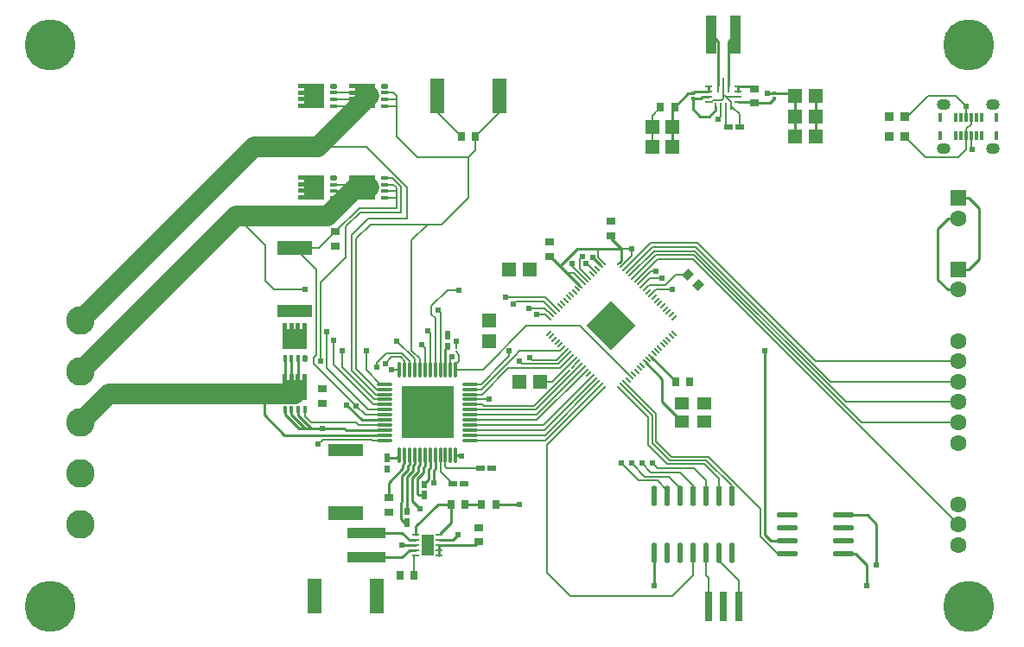
<source format=gtl>
G04 Layer: TopLayer*
G04 EasyEDA v6.5.51, 2025-11-04 20:26:23*
G04 623bb76df6fb496f828c8c95ac90ab9a,07aaf3ec58ed4e568cacc845e37e2e79,10*
G04 Gerber Generator version 0.2*
G04 Scale: 100 percent, Rotated: No, Reflected: No *
G04 Dimensions in millimeters *
G04 leading zeros omitted , absolute positions ,4 integer and 5 decimal *
%FSLAX45Y45*%
%MOMM*%

%AMMACRO1*21,1,$1,$2,0,0,$3*%
%AMMACRO2*4,1,22,-1.176,-1.2491,-1.176,0.6788,-1.176,0.6788,-1.176,1.2491,-0.7752,1.2491,-0.7752,0.6788,-0.5263,0.6788,-0.5263,1.2491,-0.125,1.2491,-0.125,0.6788,0.1251,0.6788,0.1251,1.2491,0.5253,1.2491,0.5253,0.6788,0.7742,0.6788,0.7742,1.2491,0.7742,0.6788,0.7742,1.2491,1.176,1.2491,1.176,0.6788,1.176,0.6788,1.176,-1.2491,-1.176,-1.2491,0*%
%AMMACRO3*4,1,22,1.2491,-1.176,-0.6788,-1.176,-0.6788,-1.176,-1.2491,-1.176,-1.2491,-0.7752,-0.6788,-0.7752,-0.6788,-0.5263,-1.2491,-0.5263,-1.2491,-0.125,-0.6788,-0.125,-0.6788,0.1251,-1.2491,0.1251,-1.2491,0.5253,-0.6788,0.5253,-0.6788,0.7742,-1.2491,0.7742,-0.6788,0.7742,-1.2491,0.7742,-1.2491,1.176,-0.6788,1.176,-0.6788,1.176,1.2491,1.176,1.2491,-1.176,0*%
%ADD10C,2.0000*%
%ADD11C,0.2000*%
%ADD12C,0.2540*%
%ADD13C,0.1800*%
%ADD14MACRO1,0.54X0.7901X90.0000*%
%ADD15MACRO1,0.54X0.7901X0.0000*%
%ADD16R,0.5400X0.7901*%
%ADD17R,0.0166X0.7901*%
%ADD18R,0.9000X0.8000*%
%ADD19R,0.8000X0.9000*%
%ADD20MACRO1,1.35X1.41X0.0000*%
%ADD21R,1.3500X1.4100*%
%ADD22MACRO1,1.35X1.41X90.0000*%
%ADD23MACRO1,0.8X0.9X135.0000*%
%ADD24MACRO1,0.54X0.7901X-90.0000*%
%ADD25R,1.0000X3.8000*%
%ADD26R,3.8000X1.0000*%
%ADD27MACRO2*%
%ADD28R,0.3500X0.7000*%
%ADD29MACRO3*%
%ADD30R,0.7000X0.3500*%
%ADD31MACRO1,3.456X1.2825X0.0000*%
%ADD32R,3.4560X1.2825*%
%ADD33MACRO1,3.456X1.2825X90.0000*%
%ADD34MACRO1,3.456X1.2825X-90.0000*%
%ADD35MACRO1,0.18X0.216X-134.9943*%
%ADD36MACRO1,0.18X0.216X-135.0057*%
%ADD37R,0.2160X0.1800*%
%ADD38MACRO1,0.324X0.3031X0.0000*%
%ADD39R,0.3240X0.3031*%
%ADD40MACRO1,0.665X0.2X45.0000*%
%ADD41MACRO1,0.665X0.2X45.0015*%
%ADD42MACRO1,0.665X0.2X44.9985*%
%ADD43MACRO1,0.2X0.665X45.0000*%
%ADD44MACRO1,0.2X0.665X44.9949*%
%ADD45MACRO1,0.2X0.665X45.0051*%
%ADD46MACRO1,3.4X3.4X45.0000*%
%ADD47R,0.6650X0.2800*%
%ADD48R,1.2000X2.0000*%
%ADD49R,0.3000X0.8700*%
%ADD50O,2.045005X0.58801*%
%ADD51O,0.573989X2.037994*%
%ADD52R,5.1000X5.1000*%
%ADD53O,0.28001X1.599997*%
%ADD54O,1.599997X0.28001*%
%ADD55R,0.7000X0.2500*%
%ADD56R,0.2500X1.4500*%
%ADD57R,0.2500X1.8500*%
%ADD58R,0.2500X0.7000*%
%ADD59R,0.8001X2.9997*%
%ADD60MACRO1,0.864X0.8065X90.0000*%
%ADD61R,1.4000X1.2000*%
%ADD62C,2.8000*%
%ADD63C,1.6000*%
%ADD64O,1.35001X1.099998*%
%ADD65R,1.6000X1.6000*%
%ADD66C,5.0000*%
%ADD67C,0.6200*%

%LPD*%
D10*
X2899994Y2576474D02*
G01*
X1074978Y2576474D01*
X798499Y2299995D01*
D11*
X3776472Y4632502D02*
G01*
X3867480Y4632502D01*
X3899992Y4599990D01*
X3899992Y4399991D01*
X3529982Y4399991D01*
X3299993Y4170001D01*
D12*
X3780002Y2175002D02*
G01*
X2799994Y2175002D01*
X2601132Y2373863D01*
X2601132Y2576474D01*
D11*
X2999993Y3599992D02*
G01*
X2698244Y3599992D01*
X2606662Y3691575D01*
X2606662Y4034447D01*
X2321306Y4319803D01*
D10*
X3219805Y4319803D02*
G01*
X2321306Y4319803D01*
X801496Y2799994D01*
X3623513Y4599990D02*
G01*
X3499993Y4599990D01*
X3219805Y4319803D01*
X2699994Y4999989D02*
G01*
X2498496Y4999989D01*
X798499Y3299993D01*
X3623513Y5499988D02*
G01*
X3123514Y4999989D01*
X2699994Y4999989D01*
D11*
X3099993Y4999989D02*
G01*
X3599992Y4999989D01*
X3999991Y4599990D01*
X3999991Y4299991D01*
X3619995Y4299991D01*
X3454994Y4134990D01*
X3454994Y2809994D01*
X3689987Y2575001D01*
X3780002Y2575001D01*
X4074998Y2819984D02*
G01*
X4074998Y2924987D01*
X3899992Y3099993D01*
X4024983Y2819981D02*
G01*
X4024983Y2905000D01*
X3949997Y2979991D01*
X3794993Y2979991D01*
X3699992Y2884990D01*
X3699992Y2839999D01*
X3776472Y5402579D02*
G01*
X3899915Y5400039D01*
X3776472Y5467350D02*
G01*
X3899915Y5466842D01*
X3776472Y5532501D02*
G01*
X3867480Y5532501D01*
X3899992Y5499988D01*
X3899992Y5099989D01*
X4099991Y4899990D01*
X4599990Y4899990D01*
X4669993Y4969992D01*
X4669993Y5099989D01*
X4669993Y5099989D02*
G01*
X4906619Y5336616D01*
X4906619Y5499988D01*
X4529988Y5099989D02*
G01*
X4293361Y5336616D01*
X4293361Y5499988D01*
X3276472Y5402503D02*
G01*
X3526027Y5402503D01*
X3623513Y5499988D01*
X3276472Y5467502D02*
G01*
X3591026Y5467502D01*
X3623513Y5499988D01*
X3276472Y5532501D02*
G01*
X3591001Y5532501D01*
X3623513Y5499988D01*
X3975000Y2819981D02*
G01*
X3975000Y2904987D01*
X3939989Y2939994D01*
X3849999Y2939994D01*
X3785006Y2875000D01*
X3776472Y4697476D02*
G01*
X3852418Y4697476D01*
X3940047Y4610100D01*
X3940047Y4359910D01*
X3539997Y4359910D01*
X3400043Y4219955D01*
X3400043Y3919981D01*
X3150108Y3670045D01*
X3150108Y2899918D01*
X3276472Y4502505D02*
G01*
X3526027Y4502505D01*
X3623513Y4599990D01*
X3276472Y4567478D02*
G01*
X3591001Y4567478D01*
X3623513Y4599990D01*
X3276472Y4632502D02*
G01*
X3591001Y4632502D01*
X3623513Y4599990D01*
X3776472Y4502505D02*
G01*
X3899992Y4502505D01*
X3776472Y4567504D02*
G01*
X3899992Y4567504D01*
D13*
X5587969Y2807975D02*
G01*
X5239989Y2459995D01*
X4749990Y2459995D01*
X4734984Y2475001D01*
X4619980Y2475001D01*
D11*
X2899991Y4006621D02*
G01*
X3136620Y4006621D01*
X3299993Y4169994D01*
X3129991Y2089988D02*
G01*
X3174997Y2134994D01*
X3649997Y2134994D01*
X3659992Y2124986D01*
X3779997Y2124986D01*
X4375000Y1980003D02*
G01*
X4375000Y1864989D01*
X4390006Y1849983D01*
X4715484Y1849983D01*
X6389415Y3554580D02*
G01*
X6434828Y3599992D01*
X6599986Y3599992D01*
X4224985Y2819984D02*
G01*
X4224985Y3175000D01*
X4199991Y3199993D01*
X4275076Y2819907D02*
G01*
X4275076Y3325111D01*
X4240027Y3359912D01*
X4240027Y3439919D01*
X4395094Y3594988D01*
X4509998Y3594988D01*
X4324982Y2819981D02*
G01*
X4324982Y3375002D01*
X4299991Y3399993D01*
X5469122Y3413175D02*
G01*
X5357312Y3524986D01*
X4959984Y3524986D01*
D13*
X6276342Y3667757D02*
G01*
X6388587Y3780002D01*
X6439992Y3780002D01*
X6099987Y1899996D02*
G01*
X6269987Y1729996D01*
X6449987Y1729996D01*
X6545986Y1633997D01*
X6545986Y1576908D01*
X6199886Y1899920D02*
G01*
X6329809Y1769996D01*
X6559986Y1769996D01*
X6672986Y1656996D01*
X6672986Y1576908D01*
X6299961Y1899920D02*
G01*
X6389877Y1810004D01*
X6670040Y1810004D01*
X6800088Y1679955D01*
X6800088Y1576831D01*
X6400038Y1899920D02*
G01*
X6450075Y1849881D01*
X6809993Y1849881D01*
X6927088Y1733042D01*
X6927088Y1576831D01*
D11*
X7054088Y1576831D02*
G01*
X7054088Y1745995D01*
X6910070Y1890013D01*
X6549897Y1890013D01*
X6359906Y2080005D01*
X6359906Y2352547D01*
X6078220Y2634234D01*
X5384266Y3328286D02*
G01*
X5357568Y3354984D01*
X5269991Y3354984D01*
X5412557Y3356582D02*
G01*
X5349156Y3419982D01*
X5189981Y3419982D01*
D13*
X5666993Y2888742D02*
G01*
X5611875Y2832100D01*
D12*
X4399991Y3045485D02*
G01*
X4369991Y3015485D01*
X4369991Y2899994D01*
X4374997Y2894987D01*
X4374997Y2819984D01*
D13*
X4479991Y3026981D02*
G01*
X4479991Y3099993D01*
D12*
X6799986Y5524144D02*
G01*
X6754144Y5524144D01*
X6619989Y5389989D01*
X6599986Y4999989D02*
G01*
X6599986Y5199989D01*
X6619989Y5389989D02*
G01*
X6599986Y5369986D01*
X6599986Y5199989D01*
X7599984Y5524144D02*
G01*
X7529984Y5524144D01*
X6799986Y5524144D02*
G01*
X6819214Y5543372D01*
X6954977Y5543372D01*
X6954977Y5543372D02*
G01*
X6954977Y5593384D01*
X3924985Y1980006D02*
G01*
X3899484Y1954504D01*
X3799992Y1954504D01*
X3974998Y1980006D02*
G01*
X3974998Y1905000D01*
X3957320Y1887321D01*
X3957320Y1847324D01*
X3819992Y1709996D01*
X3819992Y1559999D01*
X4020058Y1887728D02*
G01*
X4009999Y1877669D01*
X4009999Y1832965D01*
X3949992Y1772958D01*
X3949992Y1519996D01*
X3939992Y1509996D01*
X3939992Y1349997D01*
X3974500Y1315488D01*
X3999991Y1315488D01*
X4024884Y1979929D02*
G01*
X4020058Y1975104D01*
X4020058Y1887728D01*
X4074922Y1979929D02*
G01*
X4074922Y1895094D01*
X4059936Y1880107D01*
X4059936Y1825244D01*
X3999991Y1765300D01*
X3999991Y1424431D01*
X4124957Y1979929D02*
G01*
X4124957Y1884934D01*
X4109976Y1869950D01*
X4109976Y1817626D01*
X4050035Y1757679D01*
X4050035Y1529938D01*
X4129989Y1449984D01*
X4225036Y1979929D02*
G01*
X4225036Y1854962D01*
X4210050Y1839976D01*
X4210050Y1741423D01*
X4169918Y1701292D01*
X4169918Y1694434D01*
X4174997Y1979929D02*
G01*
X4174997Y1875028D01*
X4160011Y1860042D01*
X4160011Y1810004D01*
X4100068Y1750060D01*
X4100068Y1599945D01*
X4114545Y1585468D01*
X4169918Y1585468D01*
X4275000Y1980003D02*
G01*
X4279986Y1975010D01*
X4279986Y1849996D01*
X4259994Y1829996D01*
X4259994Y1779996D01*
X4259986Y1779988D01*
X4259986Y1710004D01*
X2802509Y2923514D02*
G01*
X2802509Y2673957D01*
X2899991Y2576474D01*
X2867482Y2923514D02*
G01*
X2867482Y2608983D01*
X2899991Y2576474D01*
X2932506Y2923514D02*
G01*
X2932506Y2608991D01*
X2899991Y2576474D01*
D11*
X5921756Y2634234D02*
G01*
X5921756Y2631694D01*
X5370068Y2080005D01*
X5370068Y830071D01*
X5599938Y599947D01*
X6599936Y599947D01*
X6800088Y800100D01*
X6800088Y1023112D01*
D12*
X4869992Y1499996D02*
G01*
X5099989Y1499996D01*
X7999984Y5499988D02*
G01*
X7999978Y5099989D01*
X7799984Y5499988D02*
G01*
X7799979Y5099989D01*
X7599984Y5524144D02*
G01*
X7775829Y5524144D01*
X7799984Y5499988D01*
X7399985Y5429984D02*
G01*
X7554135Y5429984D01*
X7599984Y5475833D01*
X4315729Y999997D02*
G01*
X4315729Y1099997D01*
X4315729Y1099997D02*
G01*
X4669993Y1099997D01*
X4699990Y1129995D01*
X4429988Y1499996D02*
G01*
X4429988Y1314246D01*
X4324197Y1208481D01*
X4569985Y1499996D02*
G01*
X4729980Y1499996D01*
X6979996Y6099987D02*
G01*
X7049973Y6030010D01*
X7049973Y5601614D01*
X7149972Y5601614D02*
G01*
X7149972Y6029985D01*
X7219975Y6099987D01*
X7399985Y5429986D02*
G01*
X7386601Y5443369D01*
X7244989Y5443369D01*
X7244989Y5593382D02*
G01*
X7376594Y5593382D01*
X7399985Y5569991D01*
X7244994Y5593384D02*
G01*
X7244994Y5543372D01*
X6689979Y2312492D02*
G01*
X6499986Y2502484D01*
X6499986Y2721724D01*
X6332867Y2888843D01*
X9399981Y4299991D02*
G01*
X9299981Y4299991D01*
X9199981Y4199991D01*
X9199981Y3699992D01*
X9299981Y3599992D01*
X9399981Y3599992D01*
X9399981Y4499990D02*
G01*
X9499981Y4499990D01*
X9599980Y4399991D01*
X9599980Y3899992D01*
X9499981Y3799992D01*
X9399981Y3799992D01*
X5999988Y4129986D02*
G01*
X5999988Y4099991D01*
X6099987Y3999992D01*
X6099987Y3887406D01*
X6078296Y3865714D01*
X6629984Y2699994D02*
G01*
X6629984Y2704843D01*
X6389425Y2945401D01*
D11*
X5893384Y2662554D02*
G01*
X5355818Y2124989D01*
X4619980Y2124989D01*
X5865113Y2690850D02*
G01*
X5349265Y2175002D01*
X4619980Y2175002D01*
X5808522Y2747416D02*
G01*
X5336108Y2275001D01*
X4619980Y2275001D01*
X5751982Y2803982D02*
G01*
X5272989Y2324988D01*
X4619980Y2324988D01*
X5723686Y2832277D02*
G01*
X5266410Y2375001D01*
X4619980Y2375001D01*
X5695391Y2860547D02*
G01*
X5259831Y2424988D01*
X4619980Y2424988D01*
X5638850Y2917113D02*
G01*
X5421731Y2699994D01*
X5299989Y2699994D01*
X5610555Y2945409D02*
G01*
X5497240Y2832094D01*
X4991089Y2832094D01*
X4734001Y2575001D01*
X4645913Y2575001D01*
X4619980Y2524988D02*
G01*
X4799990Y2524988D01*
X6191453Y3752570D02*
G01*
X6418874Y3979992D01*
X6819986Y3979992D01*
X8299983Y2499995D01*
X9399981Y2499995D01*
X6163157Y3780840D02*
G01*
X6402308Y4019991D01*
X6829986Y4019991D01*
X8149983Y2699994D01*
X9399981Y2699994D01*
X6134861Y3809136D02*
G01*
X6385717Y4059991D01*
X6839986Y4059991D01*
X7999984Y2899994D01*
X9399981Y2899994D01*
X6106591Y3837431D02*
G01*
X6199987Y3930827D01*
X6199987Y3999992D01*
X6219723Y3724300D02*
G01*
X6435415Y3939992D01*
X6809986Y3939992D01*
X8449983Y2299995D01*
X9399981Y2299995D01*
X7053986Y1023086D02*
G01*
X7053986Y945997D01*
X7249998Y749985D01*
X7249998Y499998D01*
X6926986Y1023086D02*
G01*
X6926986Y799998D01*
X6949998Y776986D01*
X6949998Y499998D01*
X5836818Y2719146D02*
G01*
X5342661Y2224989D01*
X4619980Y2224989D01*
D12*
X6418986Y1023086D02*
G01*
X6418986Y699998D01*
X8277225Y1009495D02*
G01*
X8390483Y1009495D01*
X8499983Y899995D01*
X8499983Y699998D01*
X8277225Y1390495D02*
G01*
X8509482Y1390495D01*
X8599982Y1299994D01*
X8599982Y899998D01*
X7722743Y1136497D02*
G01*
X7563484Y1136497D01*
X7499984Y1199997D01*
X7499984Y2999994D01*
X6800088Y5475731D02*
G01*
X6875779Y5475731D01*
X6893306Y5493512D01*
X6955027Y5493512D01*
D11*
X9474987Y5286476D02*
G01*
X9474987Y5374995D01*
X9474982Y5399989D01*
X8875318Y5299989D02*
G01*
X8899982Y5299989D01*
X9099981Y5499988D01*
X9374982Y5499988D01*
X9474982Y5399989D01*
X9524974Y5113502D02*
G01*
X9524974Y4989995D01*
X9539980Y4974988D01*
X9474987Y5113502D02*
G01*
X9474987Y4974996D01*
X9399981Y4899990D01*
X9075318Y4899990D01*
X8875318Y5099989D01*
X9524974Y5286476D02*
G01*
X9524974Y5224983D01*
X9474987Y5174995D01*
X9474987Y5113502D01*
X4084243Y999997D02*
G01*
X4069994Y985748D01*
X4069994Y799998D01*
X5553963Y3002026D02*
G01*
X5553963Y2998978D01*
X5465063Y2910078D01*
X5225034Y2910078D01*
X5199888Y2934970D01*
X3780027Y2674873D02*
G01*
X3739895Y2674873D01*
X3599941Y2815081D01*
X3599941Y2999994D01*
X3780027Y2625089D02*
G01*
X3700018Y2625089D01*
X3499865Y2825242D01*
X3499865Y4100068D01*
X3640074Y4240021D01*
X4340097Y4240021D01*
X4599940Y4500118D01*
X4599940Y4899913D01*
X3780027Y2525013D02*
G01*
X3679952Y2525013D01*
X3359911Y2845054D01*
X3359911Y2999994D01*
X3274999Y3104997D02*
G01*
X3274999Y2869989D01*
X3670015Y2474973D01*
X3780022Y2474973D01*
X3499967Y2465014D02*
G01*
X3590036Y2374900D01*
X3780027Y2374900D01*
X2899918Y4006595D02*
G01*
X3109975Y3796537D01*
X3109975Y2960115D01*
X3085084Y2934970D01*
X3085084Y2880105D01*
X3499967Y2465014D01*
D12*
X3779997Y2324986D02*
G01*
X3555011Y2324986D01*
X3410000Y2469997D01*
X4430013Y1499870D02*
G01*
X4299965Y1499870D01*
X4084320Y1284223D01*
X4084320Y1199895D01*
D11*
X7074966Y5398363D02*
G01*
X7074966Y5299969D01*
X7044987Y5269989D01*
D13*
X4480001Y2992983D02*
G01*
X4509990Y2962993D01*
X4509990Y2899994D01*
X4474997Y2865000D01*
X4474997Y2819984D01*
D11*
X5525693Y3030270D02*
G01*
X5495416Y2999994D01*
X5099989Y2999994D01*
X5054991Y2949994D01*
X4729990Y2624993D01*
X4619980Y2624988D01*
D13*
X7124979Y5398363D02*
G01*
X7124979Y5220487D01*
X7145477Y5199989D01*
X5440832Y3384880D02*
G01*
X5340720Y3484991D01*
X5064988Y3484991D01*
X5039989Y3459993D01*
D12*
X5893308Y3837431D02*
G01*
X5815075Y3914902D01*
D11*
X3780022Y2424937D02*
G01*
X3620008Y2424937D01*
X3215004Y2829940D01*
X3215004Y3189986D01*
D12*
X4534992Y1969996D02*
G01*
X4524982Y1980006D01*
X4474997Y1980006D01*
X7024877Y5398262D02*
G01*
X7024877Y5364987D01*
X6960108Y5299963D01*
X6869938Y5299963D01*
X6800088Y5370068D01*
X6800088Y5475731D01*
D13*
X4124985Y2819984D02*
G01*
X4124985Y2925000D01*
X4044993Y3004992D01*
X4044993Y4084093D01*
X4200921Y4240021D01*
X4174997Y2819984D02*
G01*
X4174997Y3024987D01*
X4139991Y3059993D01*
D11*
X9399981Y1299971D02*
G01*
X6799961Y3899992D01*
X6451981Y3899992D01*
X6247993Y3696004D01*
D13*
X7244994Y5493359D02*
G01*
X7119985Y5493359D01*
X7099985Y5513359D01*
X7099985Y5581624D01*
X7174991Y5398363D02*
G01*
X7254493Y5318861D01*
X7254493Y5199989D01*
X6954977Y5443397D02*
G01*
X6983399Y5443397D01*
X6997954Y5457952D01*
X7082950Y5457952D01*
X7099985Y5474987D01*
X7099985Y5581624D01*
X7174991Y5398363D02*
G01*
X7174991Y5438353D01*
X7119985Y5493359D01*
X5582259Y2973679D02*
G01*
X5483572Y2874992D01*
X5149989Y2874992D01*
X5124991Y2874992D01*
X5099989Y2899994D01*
X4619980Y2675001D02*
G01*
X4724996Y2675001D01*
X4949990Y2899994D01*
X4999990Y2949994D01*
X4999990Y2999994D01*
X4474997Y2819984D02*
G01*
X4739980Y2819984D01*
X5169989Y3249993D01*
X5688876Y3249993D01*
X6191453Y2747416D01*
X4324984Y1980006D02*
G01*
X4324984Y1820494D01*
X4445482Y1699996D01*
X6399987Y5199989D02*
G01*
X6399987Y4999989D01*
X6479997Y5389981D02*
G01*
X6399987Y5309971D01*
X6399987Y5199989D01*
X4434992Y2939994D02*
G01*
X4424984Y2929986D01*
X4424984Y2819984D01*
X3925061Y2819907D02*
G01*
X3849877Y2819907D01*
X3780027Y2275078D02*
G01*
X3525011Y2275078D01*
X3499865Y2299970D01*
X3055111Y2299970D01*
X2997454Y2357373D01*
X2997454Y2423413D01*
D12*
X3780002Y2224989D02*
G01*
X3399993Y2224989D01*
X3384986Y2239995D01*
X3164994Y2239995D01*
X2932480Y2423515D02*
G01*
X2932480Y2367508D01*
X3059993Y2239995D01*
X3164994Y2239995D01*
X2867507Y2423515D02*
G01*
X2867507Y2372481D01*
X2999993Y2239995D01*
X3164994Y2239995D01*
X2802509Y2423515D02*
G01*
X2802509Y2377480D01*
X2939994Y2239995D01*
X3164994Y2239995D01*
D11*
X6304584Y3639438D02*
G01*
X6375138Y3709992D01*
X6494988Y3709992D01*
X6332981Y3611118D02*
G01*
X6371843Y3649979D01*
X6530086Y3649979D01*
X6629908Y3750055D01*
X6750558Y3749547D01*
D12*
X5399989Y3929987D02*
G01*
X5404840Y3929987D01*
X5695396Y3639431D01*
D11*
X5723686Y3667709D02*
G01*
X5629419Y3761976D01*
X5572851Y3761976D01*
X6199987Y3999992D02*
G01*
X6099987Y3999992D01*
D12*
X6099987Y3999992D02*
G01*
X5663303Y3999992D01*
X5499069Y3835758D01*
D11*
X5836818Y3780840D02*
G01*
X5757666Y3859992D01*
X5754989Y3859992D01*
X5714989Y3929992D02*
G01*
X5694989Y3909992D01*
X5694989Y3809563D01*
X5780252Y3724300D01*
X5751982Y3696004D02*
G01*
X5614990Y3832997D01*
X5614990Y3859992D01*
X5921679Y3865727D02*
G01*
X5873950Y3913456D01*
X5873950Y3999992D01*
X6106668Y2662428D02*
G01*
X6400038Y2369057D01*
X6400038Y2100071D01*
X6570218Y1929892D01*
X6930136Y1929892D01*
X7181088Y1678939D01*
X7181088Y1576831D01*
X6134861Y2690876D02*
G01*
X6439915Y2385821D01*
X6439915Y2115057D01*
X6589775Y1965197D01*
X6949693Y1965197D01*
X7459979Y1454912D01*
X7459979Y1180084D01*
X7630413Y1009395D01*
X7722615Y1009395D01*
D12*
X4084241Y1099995D02*
G01*
X4084238Y1099997D01*
X3949979Y1099997D01*
X4084243Y1049985D02*
G01*
X4019979Y1049985D01*
X3949992Y979998D01*
X3599992Y980008D01*
X3599992Y1219987D02*
G01*
X3949992Y1219997D01*
X4020004Y1149985D01*
X4084243Y1149985D01*
X4499990Y1199997D02*
G01*
X4449978Y1149985D01*
X4315739Y1149985D01*
D14*
G01*
X4824496Y1849996D03*
G01*
X4715484Y1849996D03*
G01*
X4554496Y1699996D03*
G01*
X4445485Y1699996D03*
D15*
G01*
X3799992Y1954502D03*
D16*
G01*
X3799992Y1845487D03*
D15*
G01*
X4169991Y1585490D03*
D16*
G01*
X4169994Y1694510D03*
D15*
G01*
X3999992Y1315491D03*
D16*
G01*
X3999991Y1424508D03*
D15*
G01*
X4399991Y3154499D03*
D16*
G01*
X4399991Y3045485D03*
D18*
G01*
X3819982Y1559991D03*
G01*
X3819982Y1419987D03*
D19*
G01*
X4069994Y799998D03*
G01*
X3929989Y799998D03*
D18*
G01*
X4699990Y1129995D03*
G01*
X4699990Y1270000D03*
D19*
G01*
X4429988Y1499996D03*
G01*
X4569993Y1499996D03*
G01*
X4729988Y1499996D03*
G01*
X4869992Y1499996D03*
G01*
X6619976Y5389981D03*
G01*
X6479997Y5389981D03*
D18*
G01*
X7399985Y5429986D03*
G01*
X7399985Y5569991D03*
D20*
G01*
X4799990Y3099991D03*
D21*
G01*
X4799990Y3299993D03*
D22*
G01*
X7999986Y5099989D03*
G01*
X7799981Y5099989D03*
G01*
X7999986Y5299989D03*
G01*
X7799981Y5299989D03*
G01*
X7999986Y5499989D03*
G01*
X7799981Y5499989D03*
G01*
X5299991Y2699994D03*
G01*
X5099987Y2699994D03*
G01*
X5199992Y3799992D03*
G01*
X4999987Y3799992D03*
G01*
X6599989Y5199989D03*
G01*
X6399984Y5199989D03*
G01*
X6599989Y4999990D03*
G01*
X6399984Y4999990D03*
D18*
G01*
X3164992Y2489987D03*
G01*
X3164992Y2629992D03*
G01*
X3299993Y4169994D03*
G01*
X3299993Y4029989D03*
D19*
G01*
X4669993Y5099989D03*
G01*
X4529988Y5099989D03*
D23*
G01*
X6750489Y3749489D03*
G01*
X6849483Y3650495D03*
D19*
G01*
X6629984Y2699994D03*
G01*
X6769988Y2699994D03*
D18*
G01*
X5999988Y4129989D03*
G01*
X5999988Y4269994D03*
G01*
X5399989Y3929989D03*
G01*
X5399989Y4069994D03*
D24*
G01*
X7145479Y5199989D03*
G01*
X7254491Y5199989D03*
D25*
G01*
X7219975Y6099987D03*
G01*
X6979996Y6099987D03*
D26*
G01*
X3599992Y1219987D03*
G01*
X3599992Y980008D03*
D27*
G01*
X2899994Y3143603D03*
D28*
G01*
X2802509Y2923514D03*
G01*
X2867507Y2923514D03*
G01*
X2932480Y2923514D03*
G01*
X2997504Y2923514D03*
D27*
G01*
X2899994Y2643604D03*
D28*
G01*
X2802509Y2423515D03*
G01*
X2867507Y2423515D03*
G01*
X2932480Y2423515D03*
G01*
X2997504Y2423515D03*
D29*
G01*
X3056384Y4599990D03*
D30*
G01*
X3276472Y4502480D03*
G01*
X3276472Y4567478D03*
G01*
X3276472Y4632477D03*
G01*
X3276472Y4697476D03*
D29*
G01*
X3556383Y4599990D03*
D30*
G01*
X3776472Y4502480D03*
G01*
X3776472Y4567478D03*
G01*
X3776472Y4632477D03*
G01*
X3776472Y4697476D03*
D29*
G01*
X3556383Y5499989D03*
D30*
G01*
X3776472Y5402478D03*
G01*
X3776472Y5467477D03*
G01*
X3776472Y5532475D03*
G01*
X3776472Y5597474D03*
D29*
G01*
X3056384Y5499989D03*
D30*
G01*
X3276472Y5402478D03*
G01*
X3276472Y5467477D03*
G01*
X3276472Y5532475D03*
G01*
X3276472Y5597474D03*
D31*
G01*
X3399993Y1413370D03*
D32*
G01*
X3399993Y2026615D03*
D31*
G01*
X2899994Y4006618D03*
D32*
G01*
X2899994Y3393363D03*
D33*
G01*
X4906617Y5499989D03*
G01*
X4293364Y5499989D03*
D34*
G01*
X3093366Y599998D03*
G01*
X3706619Y599998D03*
D35*
G01*
X5587966Y2807973D03*
D36*
G01*
X5612010Y2832014D03*
D37*
G01*
X4480001Y2992983D03*
G01*
X4480001Y3026994D03*
D38*
G01*
X6799986Y5475833D03*
D39*
G01*
X6799986Y5524144D03*
D38*
G01*
X7599984Y5475833D03*
D39*
G01*
X7599984Y5524144D03*
D40*
G01*
X5384265Y3171685D03*
D41*
G01*
X5412553Y3143397D03*
G01*
X5440841Y3115109D03*
G01*
X5469129Y3086821D03*
D40*
G01*
X5497417Y3058534D03*
G01*
X5525687Y3030264D03*
G01*
X5553975Y3001976D03*
D42*
G01*
X5582262Y2973689D03*
G01*
X5610550Y2945401D03*
G01*
X5638838Y2917113D03*
D40*
G01*
X5667107Y2888843D03*
G01*
X5695395Y2860555D03*
G01*
X5723682Y2832267D03*
D41*
G01*
X5751970Y2803979D03*
G01*
X5780258Y2775691D03*
D40*
G01*
X5808529Y2747422D03*
G01*
X5836817Y2719134D03*
G01*
X5865105Y2690846D03*
G01*
X5893393Y2662558D03*
G01*
X5921681Y2634272D03*
D43*
G01*
X6078296Y2634270D03*
D44*
G01*
X6106584Y2662558D03*
G01*
X6134872Y2690846D03*
G01*
X6163160Y2719134D03*
D43*
G01*
X6191448Y2747422D03*
D45*
G01*
X6219718Y2775690D03*
D43*
G01*
X6248005Y2803978D03*
G01*
X6276293Y2832266D03*
G01*
X6304580Y2860554D03*
G01*
X6332868Y2888842D03*
G01*
X6361139Y2917112D03*
G01*
X6389427Y2945400D03*
G01*
X6417715Y2973688D03*
G01*
X6446001Y3001976D03*
D44*
G01*
X6474289Y3030264D03*
D43*
G01*
X6502560Y3058534D03*
D45*
G01*
X6530847Y3086820D03*
G01*
X6559135Y3115108D03*
G01*
X6587423Y3143396D03*
D43*
G01*
X6615710Y3171684D03*
D42*
G01*
X6615710Y3328302D03*
D40*
G01*
X6587423Y3356590D03*
G01*
X6559135Y3384878D03*
G01*
X6530847Y3413166D03*
D41*
G01*
X6502560Y3441452D03*
D40*
G01*
X6474289Y3469722D03*
G01*
X6446001Y3498010D03*
G01*
X6417715Y3526298D03*
G01*
X6389427Y3554586D03*
G01*
X6361139Y3582874D03*
G01*
X6332868Y3611144D03*
G01*
X6304580Y3639432D03*
G01*
X6276293Y3667720D03*
D42*
G01*
X6248005Y3696008D03*
D40*
G01*
X6219718Y3724296D03*
D41*
G01*
X6191448Y3752564D03*
D40*
G01*
X6163160Y3780852D03*
G01*
X6134872Y3809140D03*
G01*
X6106584Y3837428D03*
G01*
X6078296Y3865716D03*
D45*
G01*
X5921681Y3865714D03*
G01*
X5893393Y3837428D03*
G01*
X5865105Y3809140D03*
G01*
X5836817Y3780852D03*
D43*
G01*
X5808529Y3752564D03*
D44*
G01*
X5780258Y3724295D03*
G01*
X5751970Y3696007D03*
D43*
G01*
X5723682Y3667719D03*
G01*
X5695395Y3639431D03*
G01*
X5667107Y3611143D03*
G01*
X5638838Y3582873D03*
G01*
X5610550Y3554585D03*
G01*
X5582262Y3526297D03*
D45*
G01*
X5553975Y3498010D03*
G01*
X5525687Y3469722D03*
D43*
G01*
X5497417Y3441452D03*
D44*
G01*
X5469129Y3413165D03*
G01*
X5440841Y3384877D03*
G01*
X5412553Y3356589D03*
G01*
X5384265Y3328301D03*
D46*
G01*
X5999987Y3249993D03*
D47*
G01*
X4084243Y1199997D03*
G01*
X4084243Y1149985D03*
G01*
X4084243Y1099997D03*
G01*
X4084243Y1049985D03*
G01*
X4084243Y999997D03*
G01*
X4315739Y1199997D03*
G01*
X4315739Y1149985D03*
G01*
X4315739Y1099997D03*
G01*
X4315739Y1049985D03*
G01*
X4315739Y999997D03*
D48*
G01*
X4199991Y1099997D03*
D49*
G01*
X9774986Y5113502D03*
G01*
X9224975Y5286476D03*
G01*
X9624974Y5113502D03*
G01*
X9574987Y5113502D03*
G01*
X9524974Y5113502D03*
G01*
X9474987Y5113502D03*
G01*
X9424974Y5113502D03*
G01*
X9374987Y5113502D03*
G01*
X9224975Y5113502D03*
G01*
X9374987Y5286476D03*
G01*
X9424974Y5286476D03*
G01*
X9474987Y5286476D03*
G01*
X9524974Y5286476D03*
G01*
X9574987Y5286476D03*
G01*
X9624974Y5286476D03*
G01*
X9774986Y5286476D03*
D50*
G01*
X8277225Y1009497D03*
G01*
X8277225Y1136497D03*
G01*
X8277225Y1263497D03*
G01*
X8277225Y1390497D03*
G01*
X7722743Y1009497D03*
G01*
X7722743Y1136497D03*
G01*
X7722743Y1263497D03*
G01*
X7722743Y1390497D03*
D51*
G01*
X6418986Y1023086D03*
G01*
X6545986Y1023086D03*
G01*
X6672986Y1023086D03*
G01*
X6799986Y1023086D03*
G01*
X6926986Y1023086D03*
G01*
X7053986Y1023086D03*
G01*
X7180986Y1023086D03*
G01*
X6418986Y1576908D03*
G01*
X6545986Y1576908D03*
G01*
X6672986Y1576908D03*
G01*
X6799986Y1576908D03*
G01*
X6926986Y1576908D03*
G01*
X7053986Y1576908D03*
G01*
X7180986Y1576908D03*
D52*
G01*
X4199991Y2399995D03*
D53*
G01*
X4474997Y1980006D03*
G01*
X4424984Y1980006D03*
G01*
X4374997Y1980006D03*
G01*
X4324984Y1980006D03*
G01*
X4274997Y1980006D03*
G01*
X4224985Y1980006D03*
G01*
X4174997Y1980006D03*
G01*
X4124985Y1980006D03*
G01*
X4074998Y1980006D03*
G01*
X4024985Y1980006D03*
G01*
X3974998Y1980006D03*
G01*
X3924985Y1980006D03*
D54*
G01*
X3780002Y2124989D03*
G01*
X3780002Y2175002D03*
G01*
X3780002Y2224989D03*
G01*
X3780002Y2275001D03*
G01*
X3780002Y2324988D03*
G01*
X3780002Y2375001D03*
G01*
X3780002Y2424988D03*
G01*
X3780002Y2475001D03*
G01*
X3780002Y2524988D03*
G01*
X3780002Y2575001D03*
G01*
X3780002Y2624988D03*
G01*
X3780002Y2675001D03*
D53*
G01*
X3924985Y2819984D03*
G01*
X3974998Y2819984D03*
G01*
X4024985Y2819984D03*
G01*
X4074998Y2819984D03*
G01*
X4124985Y2819984D03*
G01*
X4174997Y2819984D03*
G01*
X4224985Y2819984D03*
G01*
X4274997Y2819984D03*
G01*
X4324984Y2819984D03*
G01*
X4374997Y2819984D03*
G01*
X4424984Y2819984D03*
G01*
X4474997Y2819984D03*
D54*
G01*
X4619980Y2675001D03*
G01*
X4619980Y2624988D03*
G01*
X4619980Y2575001D03*
G01*
X4619980Y2524988D03*
G01*
X4619980Y2475001D03*
G01*
X4619980Y2424988D03*
G01*
X4619980Y2375001D03*
G01*
X4619980Y2324988D03*
G01*
X4619980Y2275001D03*
G01*
X4619980Y2224989D03*
G01*
X4619980Y2175002D03*
G01*
X4619980Y2124989D03*
D55*
G01*
X6954977Y5443397D03*
G01*
X6954977Y5493410D03*
G01*
X6954977Y5543372D03*
G01*
X6954977Y5593384D03*
D56*
G01*
X7049973Y5601614D03*
D57*
G01*
X7099985Y5581624D03*
D56*
G01*
X7149972Y5601614D03*
D55*
G01*
X7244994Y5593384D03*
G01*
X7244994Y5543372D03*
G01*
X7244994Y5493359D03*
G01*
X7244994Y5443372D03*
D58*
G01*
X7174991Y5398363D03*
G01*
X7124979Y5398363D03*
G01*
X7074966Y5398363D03*
G01*
X7024979Y5398363D03*
D59*
G01*
X7249998Y499998D03*
G01*
X7100011Y499998D03*
G01*
X6949998Y499998D03*
D60*
G01*
X8875307Y5299989D03*
G01*
X8724657Y5299989D03*
G01*
X8875307Y5099989D03*
G01*
X8724657Y5099989D03*
D61*
G01*
X6909993Y2487472D03*
G01*
X6689979Y2487472D03*
G01*
X6689979Y2312466D03*
G01*
X6909993Y2312492D03*
D62*
G01*
X798499Y1299997D03*
G01*
X798499Y1799869D03*
G01*
X798499Y2299995D03*
G01*
X801496Y2799994D03*
G01*
X798499Y3299993D03*
D63*
G01*
X9399981Y2299995D03*
G01*
X9399981Y2099995D03*
G01*
X9399981Y2499995D03*
G01*
X9399981Y2699994D03*
G01*
X9399981Y2899994D03*
G01*
X9399981Y3099993D03*
G01*
X9399981Y1299971D03*
G01*
X9399981Y1099972D03*
G01*
X9399981Y1499971D03*
D64*
G01*
X9739985Y4985004D03*
G01*
X9259976Y4985004D03*
G01*
X9259976Y5415000D03*
G01*
X9739985Y5415000D03*
D65*
G01*
X9399981Y4499990D03*
D63*
G01*
X9399981Y4299991D03*
D65*
G01*
X9399981Y3799992D03*
D63*
G01*
X9399981Y3599992D03*
D66*
G01*
X499998Y499998D03*
G01*
X499998Y5999987D03*
G01*
X9499981Y5999987D03*
G01*
X9499981Y499998D03*
D67*
G01*
X5999988Y3249980D03*
G01*
X6769988Y2699994D03*
G01*
X5999988Y4269994D03*
G01*
X5399989Y4069994D03*
G01*
X5199989Y3799992D03*
G01*
X5814999Y3914978D03*
G01*
X6689979Y2487498D03*
G01*
X3929989Y799998D03*
G01*
X4069994Y799998D03*
G01*
X6909993Y2312492D03*
G01*
X7999984Y5499988D03*
G01*
X6926986Y1576908D03*
G01*
X4799990Y2524988D03*
G01*
X6418986Y1576908D03*
G01*
X4534992Y1969998D03*
G01*
X7180986Y1023086D03*
G01*
X6199987Y3999992D03*
G01*
X5099989Y1499996D03*
G01*
X7099985Y499998D03*
G01*
X8277225Y1263497D03*
G01*
X6418986Y699998D03*
G01*
X8277225Y1136497D03*
G01*
X8499983Y699998D03*
G01*
X8599982Y899998D03*
G01*
X6545986Y1023086D03*
G01*
X7722743Y1263497D03*
G01*
X7499984Y2999994D03*
G01*
X4445482Y1699996D03*
G01*
X4554499Y1699996D03*
G01*
X2997504Y2923514D03*
G01*
X4199991Y2399995D03*
G01*
X2899994Y3076473D03*
G01*
X3410000Y2469997D03*
G01*
X4259986Y1710004D03*
G01*
X3706622Y599998D03*
G01*
X3093364Y599998D03*
G01*
X4129989Y1449984D03*
G01*
X3799992Y1845487D03*
G01*
X3399993Y1423365D03*
G01*
X7044994Y5269992D03*
G01*
X7529982Y5524144D03*
G01*
X6479997Y5389981D03*
G01*
X6479997Y5389981D03*
G01*
X4480001Y3099993D03*
G01*
X4399991Y3154502D03*
G01*
X5269991Y3354984D03*
G01*
X5039995Y3459987D03*
G01*
X4959984Y3524986D03*
G01*
X5189981Y3419982D03*
G01*
X6399987Y1899996D03*
G01*
X6299961Y1899920D03*
G01*
X6199886Y1899920D03*
G01*
X6099987Y1899996D03*
G01*
X6439992Y3780002D03*
G01*
X6494983Y3710000D03*
G01*
X4299991Y3399993D03*
G01*
X4509998Y3594988D03*
G01*
X4199991Y3199993D03*
G01*
X6599986Y3599992D03*
G01*
X4824501Y1849983D03*
G01*
X3129991Y2089988D03*
G01*
X3164992Y2629992D03*
G01*
X2899994Y3399993D03*
G01*
X3299993Y4029989D03*
G01*
X3150108Y2899918D03*
G01*
X2999993Y3599992D03*
G01*
X3215004Y3189986D03*
G01*
X3276472Y4697501D03*
G01*
X3274999Y3104997D03*
G01*
X3785006Y2875000D03*
G01*
X3123514Y4599990D03*
G01*
X3276472Y5597474D03*
G01*
X3359988Y2999994D03*
G01*
X3699992Y2839999D03*
G01*
X4293361Y5499988D03*
G01*
X3899992Y3099993D03*
G01*
X3776472Y5597499D03*
G01*
X3599992Y2999994D03*
G01*
X4799990Y3299993D03*
G01*
X4799990Y3099993D03*
G01*
X6399987Y4999989D03*
G01*
X6599986Y4999989D03*
G01*
X9539986Y4974996D03*
G01*
X9474987Y5399989D03*
G01*
X5199888Y2934970D03*
G01*
X3499967Y2465019D03*
G01*
X3819982Y1419987D03*
G01*
X6849490Y3650487D03*
G01*
X6750481Y3749497D03*
G01*
X5099989Y2699994D03*
G01*
X4999990Y3799992D03*
G01*
X7254493Y5199989D03*
G01*
X4139996Y3059988D03*
G01*
X5099989Y2899994D03*
G01*
X4999990Y2999994D03*
G01*
X3164992Y2489987D03*
G01*
X4434992Y2939999D03*
G01*
X3399993Y2026615D03*
G01*
X3849877Y2819907D03*
G01*
X3164992Y2240000D03*
G01*
X5754979Y3859987D03*
G01*
X5715000Y3929989D03*
G01*
X5615000Y3859987D03*
G01*
X8724645Y5099989D03*
G01*
X8724645Y5299989D03*
G01*
X3123514Y5499988D03*
G01*
X4699990Y1270000D03*
G01*
X3949979Y1099997D03*
G01*
X4499990Y1199997D03*
M02*

</source>
